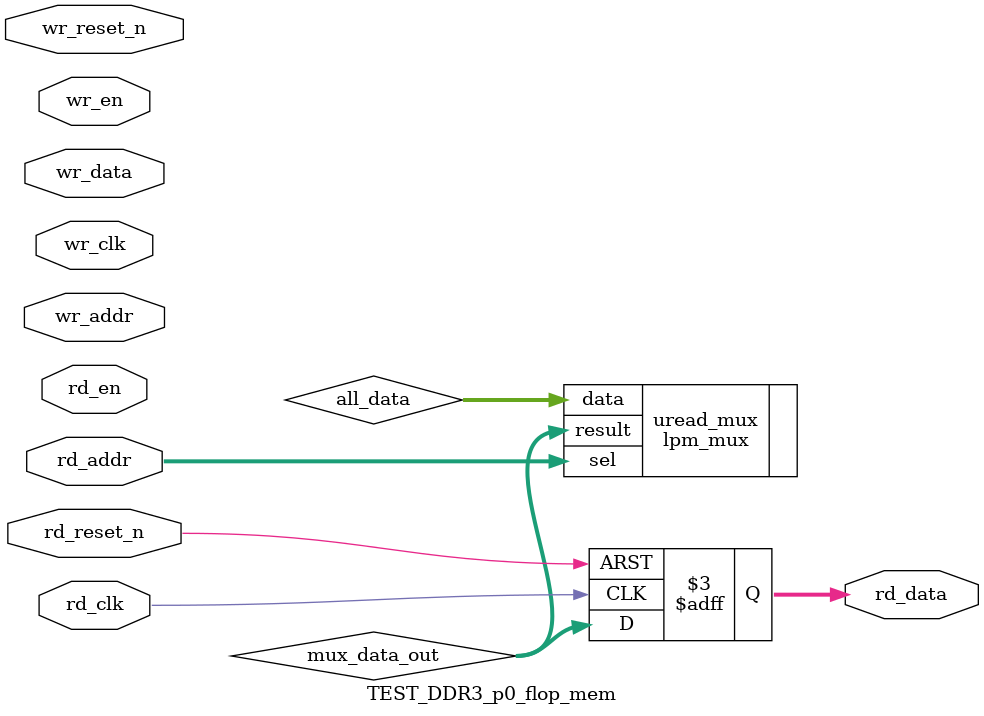
<source format=v>



`timescale 1 ps / 1 ps

(* altera_attribute = "-name ALLOW_SYNCH_CTRL_USAGE ON;-name AUTO_CLOCK_ENABLE_RECOGNITION ON" *)
module TEST_DDR3_p0_flop_mem(
	wr_reset_n,
	wr_clk,
	wr_en,
	wr_addr,
	wr_data,
	rd_reset_n,
	rd_clk,
	rd_en,
	rd_addr,
	rd_data
);

parameter WRITE_MEM_DEPTH	= "";
parameter WRITE_ADDR_WIDTH	= "";
parameter WRITE_DATA_WIDTH	= "";
parameter READ_MEM_DEPTH	= "";
parameter READ_ADDR_WIDTH	= "";		 
parameter READ_DATA_WIDTH	= "";


input	wr_reset_n;
input	wr_clk;
input	wr_en;
input	[WRITE_ADDR_WIDTH-1:0] wr_addr;
input	[WRITE_DATA_WIDTH-1:0] wr_data;
input	rd_reset_n;
input	rd_clk;
input	rd_en;
input	[READ_ADDR_WIDTH-1:0] rd_addr;
output	[READ_DATA_WIDTH-1:0] rd_data;



wire	[WRITE_DATA_WIDTH*WRITE_MEM_DEPTH-1:0] all_data;
wire	[READ_DATA_WIDTH-1:0] mux_data_out;



// declare a memory with WRITE_MEM_DEPTH entries
// each entry contains a data size of WRITE_DATA_WIDTH
reg	[WRITE_DATA_WIDTH-1:0] data_stored [0:WRITE_MEM_DEPTH-1] /* synthesis syn_preserve = 1 */;
reg	[READ_DATA_WIDTH-1:0] rd_data;

generate
genvar entry;
	for (entry=0; entry < WRITE_MEM_DEPTH; entry=entry+1)
	begin: mem_location
		assign all_data[(WRITE_DATA_WIDTH*(entry+1)-1) : (WRITE_DATA_WIDTH*entry)] = data_stored[entry]; 
		
		always @(posedge wr_clk or negedge wr_reset_n)
		begin
			if (~wr_reset_n) begin
				data_stored[entry] <= {WRITE_DATA_WIDTH{1'b0}};
			end else begin
				if (wr_en) begin
					if (entry == wr_addr) begin
						data_stored[entry] <= wr_data;
					end
				end
			end
		end		
	end
endgenerate

// mux to select the correct output data based on read address
lpm_mux	uread_mux(
	.sel (rd_addr),
	.data (all_data),
	.result (mux_data_out)
	// synopsys translate_off
	,
	.aclr (),
	.clken (),
	.clock ()
	// synopsys translate_on
	);
 defparam uread_mux.lpm_size = READ_MEM_DEPTH;
 defparam uread_mux.lpm_type = "LPM_MUX";
 defparam uread_mux.lpm_width = READ_DATA_WIDTH;
 defparam uread_mux.lpm_widths = READ_ADDR_WIDTH;

always @(posedge rd_clk or negedge rd_reset_n)	
begin
	if (~rd_reset_n) begin
		rd_data <= {READ_DATA_WIDTH{1'b0}};
	end else begin
		rd_data <= mux_data_out;
	end
end

endmodule

</source>
